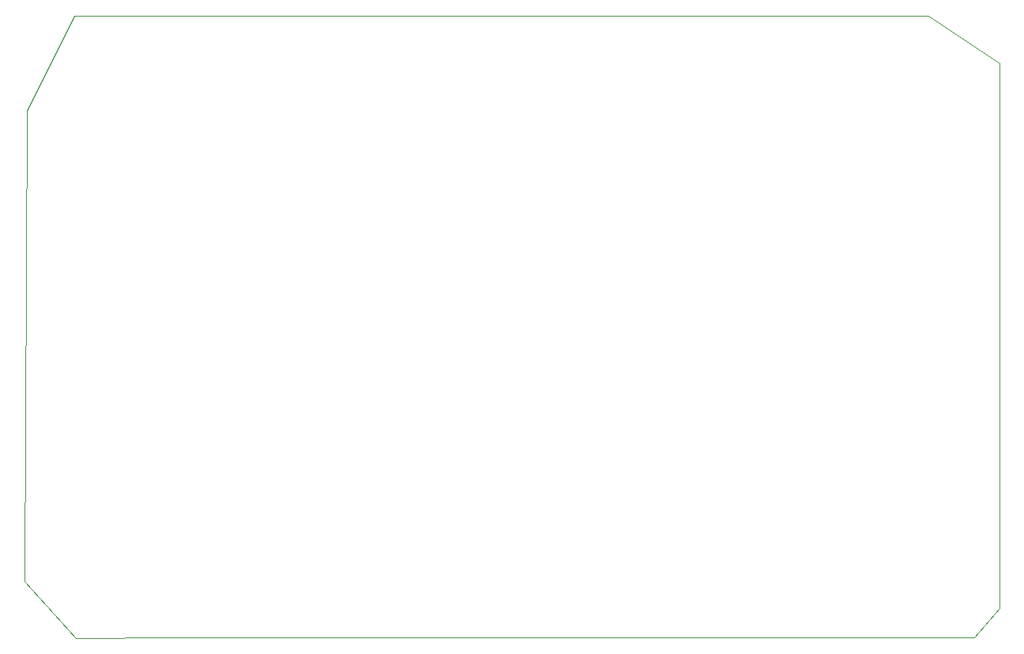
<source format=gbr>
%TF.GenerationSoftware,KiCad,Pcbnew,(6.0.5)*%
%TF.CreationDate,2022-05-12T23:47:52-05:00*%
%TF.ProjectId,RGBFAN,52474246-414e-42e6-9b69-6361645f7063,rev?*%
%TF.SameCoordinates,Original*%
%TF.FileFunction,Profile,NP*%
%FSLAX46Y46*%
G04 Gerber Fmt 4.6, Leading zero omitted, Abs format (unit mm)*
G04 Created by KiCad (PCBNEW (6.0.5)) date 2022-05-12 23:47:52*
%MOMM*%
%LPD*%
G01*
G04 APERTURE LIST*
%TA.AperFunction,Profile*%
%ADD10C,0.100000*%
%TD*%
G04 APERTURE END LIST*
D10*
X162433000Y-63500000D02*
X170053000Y-68580000D01*
X170053000Y-127000000D01*
X167386000Y-130175000D01*
X81534000Y-130175000D01*
X71173946Y-130199865D01*
X65736356Y-124109717D01*
X65913000Y-73660000D01*
X70993000Y-63500000D01*
X88857573Y-63497181D01*
X162433000Y-63500000D01*
M02*

</source>
